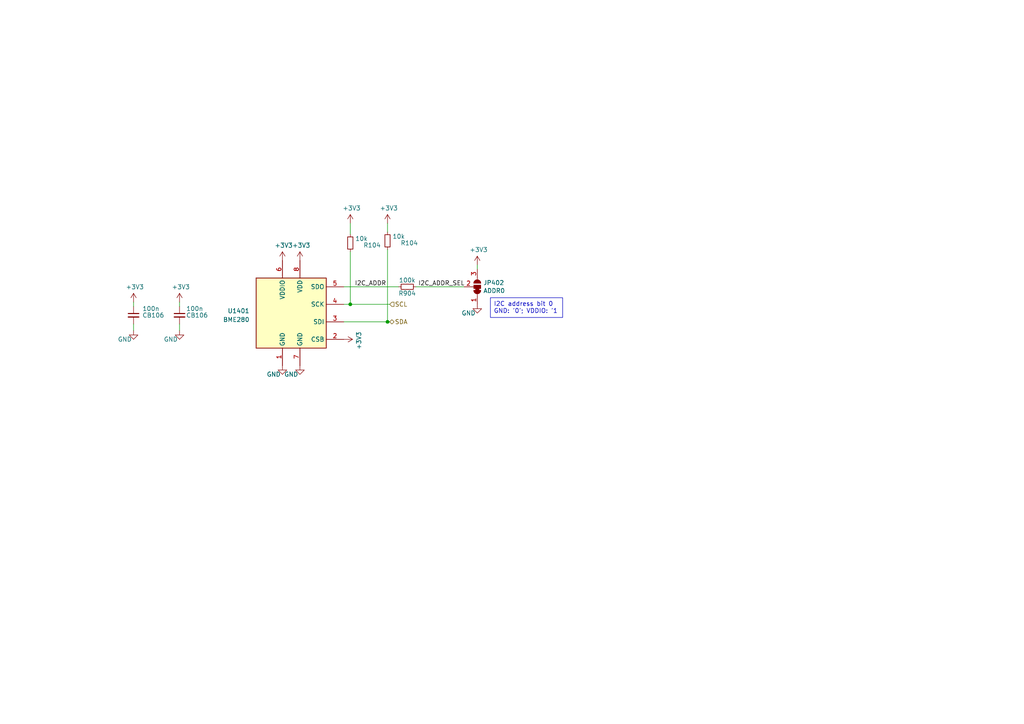
<source format=kicad_sch>
(kicad_sch (version 20230121) (generator eeschema)
  (paper "A4")
  (title_block (title "Kleinvoet") (date "2023-04-12") (rev "${PROJECT_REV}") (company "Department of Electrical and Electronic Engineering - Stellenbosch University") (comment 1 "Digital Signal Processing Laboratory") (comment 2 "Author: CM Geldenhuys <cmgeldenhuys@sun.ac.za>") (comment 3 "Project: Kleinvoet") (comment 4 "License: CERN-OHL-S-2.0"))
  (lib_symbols
    (symbol "Device:C_Small" (pin_numbers hide) (pin_names (offset 0.254) hide)
      (property "Reference" "C" (at 0.254 1.778 0))
      (property "Value" "C_Small" (at 0.254 -2.032 0))
      (symbol "C_Small_0_1"
        (polyline (pts (xy -1.524 -0.508) (xy 1.524 -0.508)) (stroke (width 0.3302)))
        (polyline (pts (xy -1.524 0.508) (xy 1.524 0.508)) (stroke (width 0.3048)))
      )
      (symbol "C_Small_1_1"
        (pin passive line (at 0 2.54 270) (length 2.032) (name "~") (number "1"))
        (pin passive line (at 0 -2.54 90) (length 2.032) (name "~") (number "2"))
      )
    )
    (symbol "Device:R_Small" (pin_numbers hide) (pin_names (offset 0.254) hide)
      (property "Reference" "R" (at 0.762 0.508 0))
      (property "Value" "R_Small" (at 0.762 -1.016 0))
      (symbol "R_Small_0_1"
        (rectangle (start -0.762 1.778) (end 0.762 -1.778) (stroke (width 0.2032)))
      )
      (symbol "R_Small_1_1"
        (pin passive line (at 0 2.54 270) (length 0.762) (name "~") (number "1"))
        (pin passive line (at 0 -2.54 90) (length 0.762) (name "~") (number "2"))
      )
    )
    (symbol "Jumper:SolderJumper_3_Bridged12" (pin_names (offset 0) hide)
      (property "Reference" "JP" (at -2.54 -2.54 0))
      (property "Value" "SolderJumper_3_Bridged12" (at 0 2.794 0))
      (symbol "SolderJumper_3_Bridged12_0_1"
        (rectangle (start -1.016 0.508) (end -0.508 -0.508) (fill (type outline)))
        (arc (start -1.016 1.016) (mid -2.0276 0) (end -1.016 -1.016))
        (arc (start -1.016 1.016) (mid -2.0276 0) (end -1.016 -1.016) (fill (type outline)))
        (rectangle (start -0.508 1.016) (end 0.508 -1.016) (fill (type outline)))
        (polyline (pts (xy -2.54 0) (xy -2.032 0)))
        (polyline (pts (xy -1.016 1.016) (xy -1.016 -1.016)))
        (polyline (pts (xy 0 -1.27) (xy 0 -1.016)))
        (polyline (pts (xy 1.016 1.016) (xy 1.016 -1.016)))
        (polyline (pts (xy 2.54 0) (xy 2.032 0)))
        (arc (start 1.016 -1.016) (mid 2.0276 0) (end 1.016 1.016))
        (arc (start 1.016 -1.016) (mid 2.0276 0) (end 1.016 1.016) (fill (type outline)))
      )
      (symbol "SolderJumper_3_Bridged12_1_1"
        (pin passive line (at -5.08 0 0) (length 2.54) (name "A") (number "1"))
        (pin passive line (at 0 -3.81 90) (length 2.54) (name "C") (number "2"))
        (pin passive line (at 5.08 0 180) (length 2.54) (name "B") (number "3"))
      )
    )
    (symbol "Sensor:BME280"
      (property "Reference" "U" (at -8.89 11.43 0))
      (property "Value" "BME280" (at 7.62 11.43 0))
      (symbol "BME280_0_1"
        (rectangle (start -10.16 10.16) (end 10.16 -10.16) (stroke (width 0.254)) (fill (type background)))
      )
      (symbol "BME280_1_1"
        (pin power_in line (at -2.54 -15.24 90) (length 5.08) (name "GND") (number "1"))
        (pin input line (at 15.24 -7.62 180) (length 5.08) (name "CSB") (number "2"))
        (pin bidirectional line (at 15.24 -2.54 180) (length 5.08) (name "SDI") (number "3"))
        (pin input line (at 15.24 2.54 180) (length 5.08) (name "SCK") (number "4"))
        (pin bidirectional line (at 15.24 7.62 180) (length 5.08) (name "SDO") (number "5"))
        (pin power_in line (at -2.54 15.24 270) (length 5.08) (name "VDDIO") (number "6"))
        (pin power_in line (at 2.54 -15.24 90) (length 5.08) (name "GND") (number "7"))
        (pin power_in line (at 2.54 15.24 270) (length 5.08) (name "VDD") (number "8"))
      )
    )
    (symbol "power:+3V3" (power) (pin_names (offset 0))
      (property "Value" "+3V3" (at 0 3.556 0))
      (symbol "+3V3_0_1"
        (polyline (pts (xy -0.762 1.27) (xy 0 2.54)))
        (polyline (pts (xy 0 0) (xy 0 2.54)))
        (polyline (pts (xy 0 2.54) (xy 0.762 1.27)))
      )
      (symbol "+3V3_1_1"
        (pin power_in line (at 0 0 90) (length 0) hide (name "+3V3") (number "1"))
      )
    )
    (symbol "power:GND" (power) (pin_names (offset 0))
      (property "Value" "GND" (at 0 -3.81 0))
      (symbol "GND_0_1"
        (polyline (pts (xy 0 0) (xy 0 -1.27) (xy 1.27 -1.27) (xy 0 -2.54) (xy -1.27 -1.27) (xy 0 -1.27)))
      )
      (symbol "GND_1_1"
        (pin power_in line (at 0 0 270) (length 0) hide (name "GND") (number "1"))
      )
    )
  )
  (junction (at 101.6 88.265))
  (junction (at 112.395 93.345))
  (wire (pts (xy 112.395 93.345) (xy 113.03 93.345)))
  (wire (pts (xy 101.6 73.025) (xy 101.6 88.265)))
  (wire (pts (xy 99.695 83.185) (xy 115.57 83.185)))
  (wire (pts (xy 120.65 83.185) (xy 134.62 83.185)))
  (wire (pts (xy 138.43 78.105) (xy 138.43 76.835)))
  (wire (pts (xy 52.07 93.98) (xy 52.07 95.885)))
  (wire (pts (xy 112.395 72.39) (xy 112.395 93.345)))
  (wire (pts (xy 99.695 93.345) (xy 112.395 93.345)))
  (wire (pts (xy 101.6 64.77) (xy 101.6 67.945)))
  (wire (pts (xy 38.735 87.63) (xy 38.735 88.9)))
  (wire (pts (xy 112.395 64.77) (xy 112.395 67.31)))
  (wire (pts (xy 101.6 88.265) (xy 113.03 88.265)))
  (wire (pts (xy 99.695 88.265) (xy 101.6 88.265)))
  (wire (pts (xy 38.735 93.98) (xy 38.735 95.885)))
  (wire (pts (xy 52.07 87.63) (xy 52.07 88.9)))
  (text_box "I2C address bit 0\nGND: '0'; VDDIO: '1" (at 142.24 86.36 0) (size 20.955 5.715) (effects (font (size 1.27 1.27)) (justify left top)))
  (label "I2C_ADDR" (at 102.87 83.185 0))
  (label "I2C_ADDR_SEL" (at 121.285 83.185 0))
  (hierarchical_label "SDA" (shape bidirectional) (at 113.03 93.345 0))
  (hierarchical_label "SCL" (shape input) (at 113.03 88.265 0))
  (symbol (lib_id "power:GND") (at 138.43 88.265 0) (unit 1)
    (property "Reference" "#PWR0103" (effects hide))
    (property "Value" "GND" (at 135.89 90.805 0))
    (instances (project "kleinvoet" (path "" (reference "#PWR0103") (unit 1)) (path "" (reference "#PWR01437") (unit 1))))
  )
  (symbol (lib_id "power:+3V3") (at 52.07 87.63 0) (unit 1)
    (property "Reference" "#PWR0104" (effects hide))
    (property "Value" "+3V3" (at 52.451 83.2358 0))
    (instances (project "kleinvoet" (path "" (reference "#PWR0104") (unit 1)) (path "" (reference "#PWR01440") (unit 1))))
  )
  (symbol (lib_id "Device:R_Small") (at 118.11 83.185 90) (unit 1)
    (property "Reference" "R904" (at 118.11 85.09 90))
    (property "Value" "100k" (at 118.11 81.28 90))
    (property "Footprint" "Resistor_SMD:R_0402_1005Metric" (effects hide))
    (property "MPN" "RT0402FRE07100KL" (effects hide))
    (property "Mfr." "Yageo" (effects hide))
    (instances (project "kleinvoet" (path "" (reference "R904") (unit 1)) (path "" (reference "R1403") (unit 1))))
  )
  (symbol (lib_id "Device:C_Small") (at 52.07 91.44 0) (unit 1)
    (property "Reference" "CB106" (at 53.975 91.44 0) (effects (justify left)))
    (property "Value" "100n" (at 53.975 89.535 0) (effects (justify left)))
    (property "Footprint" "Capacitor_SMD:C_0402_1005Metric" (effects hide))
    (property "MPN" "C0402C104K8PACTU" (effects hide))
    (property "Mfr." "KEMET" (effects hide))
    (instances (project "kleinvoet" (path "" (reference "CB106") (unit 1)) (path "" (reference "CB1410") (unit 1))))
  )
  (symbol (lib_id "power:GND") (at 86.995 106.045 0) (unit 1)
    (property "Reference" "#PWR0103" (effects hide))
    (property "Value" "GND" (at 84.455 108.585 0))
    (instances (project "kleinvoet" (path "" (reference "#PWR0103") (unit 1)) (path "" (reference "#PWR01446") (unit 1))))
  )
  (symbol (lib_id "Device:R_Small") (at 101.6 70.485 180) (unit 1)
    (property "Reference" "R104" (at 110.49 71.12 0) (effects (justify left)))
    (property "Value" "10k" (at 106.68 69.215 0) (effects (justify left)))
    (property "Footprint" "Resistor_SMD:R_0402_1005Metric" (effects hide))
    (property "MPN" "RT0402FRE1310KL" (effects hide))
    (property "Mfr." "Yageo" (effects hide))
    (instances (project "kleinvoet" (path "" (reference "R104") (unit 1)) (path "" (reference "R1402") (unit 1))))
  )
  (symbol (lib_id "power:+3V3") (at 99.695 98.425 270) (unit 1)
    (property "Reference" "#PWR0104" (effects hide))
    (property "Value" "+3V3" (at 104.0892 98.806 0))
    (instances (project "kleinvoet" (path "" (reference "#PWR0104") (unit 1)) (path "" (reference "#PWR01447") (unit 1))))
  )
  (symbol (lib_id "power:GND") (at 81.915 106.045 0) (unit 1)
    (property "Reference" "#PWR0103" (effects hide))
    (property "Value" "GND" (at 79.375 108.585 0))
    (instances (project "kleinvoet" (path "" (reference "#PWR0103") (unit 1)) (path "" (reference "#PWR01445") (unit 1))))
  )
  (symbol (lib_id "power:+3V3") (at 38.735 87.63 0) (unit 1)
    (property "Reference" "#PWR0104" (effects hide))
    (property "Value" "+3V3" (at 39.116 83.2358 0))
    (instances (project "kleinvoet" (path "" (reference "#PWR0104") (unit 1)) (path "" (reference "#PWR01439") (unit 1))))
  )
  (symbol (lib_id "power:GND") (at 38.735 95.885 0) (unit 1)
    (property "Reference" "#PWR0103" (effects hide))
    (property "Value" "GND" (at 36.195 98.425 0))
    (instances (project "kleinvoet" (path "" (reference "#PWR0103") (unit 1)) (path "" (reference "#PWR01441") (unit 1))))
  )
  (symbol (lib_id "power:+3V3") (at 86.995 75.565 0) (unit 1)
    (property "Reference" "#PWR0104" (effects hide))
    (property "Value" "+3V3" (at 87.376 71.1708 0))
    (instances (project "kleinvoet" (path "" (reference "#PWR0104") (unit 1)) (path "" (reference "#PWR01443") (unit 1))))
  )
  (symbol (lib_id "power:GND") (at 52.07 95.885 0) (unit 1)
    (property "Reference" "#PWR0103" (effects hide))
    (property "Value" "GND" (at 49.53 98.425 0))
    (instances (project "kleinvoet" (path "" (reference "#PWR0103") (unit 1)) (path "" (reference "#PWR01442") (unit 1))))
  )
  (symbol (lib_id "Device:C_Small") (at 38.735 91.44 0) (unit 1)
    (property "Reference" "CB106" (at 41.275 91.44 0) (effects (justify left)))
    (property "Value" "100n" (at 41.275 89.535 0) (effects (justify left)))
    (property "Footprint" "Capacitor_SMD:C_0402_1005Metric" (effects hide))
    (property "MPN" "C0402C104K8PACTU" (effects hide))
    (property "Mfr." "KEMET" (effects hide))
    (instances (project "kleinvoet" (path "" (reference "CB106") (unit 1)) (path "" (reference "CB1409") (unit 1))))
  )
  (symbol (lib_id "power:+3V3") (at 138.43 76.835 0) (unit 1)
    (property "Reference" "#PWR0104" (effects hide))
    (property "Value" "+3V3" (at 138.811 72.4408 0))
    (instances (project "kleinvoet" (path "" (reference "#PWR0104") (unit 1)) (path "" (reference "#PWR01438") (unit 1))))
  )
  (symbol (lib_id "Sensor:BME280") (at 84.455 90.805 0) (unit 1)
    (property "Reference" "U1401" (at 72.39 90.17 0) (effects (justify right)))
    (property "Value" "BME280" (at 72.39 92.71 0) (effects (justify right)))
    (property "Footprint" "Package_LGA:Bosch_LGA-8_2.5x2.5mm_P0.65mm_ClockwisePinNumbering" (effects hide))
    (property "Datasheet" "https://www.bosch-sensortec.com/media/boschsensortec/downloads/datasheets/bst-bme280-ds002.pdf" (effects hide))
    (property "MPN" "BME280" (effects hide))
    (property "Mfr." "Bosch Sensortec" (effects hide))
  )
  (symbol (lib_id "power:+3V3") (at 101.6 64.77 0) (unit 1)
    (property "Reference" "#PWR0104" (effects hide))
    (property "Value" "+3V3" (at 101.981 60.3758 0))
    (instances (project "kleinvoet" (path "" (reference "#PWR0104") (unit 1)) (path "" (reference "#PWR01448") (unit 1))))
  )
  (symbol (lib_id "power:+3V3") (at 112.395 64.77 0) (unit 1)
    (property "Reference" "#PWR0104" (effects hide))
    (property "Value" "+3V3" (at 112.776 60.3758 0))
    (instances (project "kleinvoet" (path "" (reference "#PWR0104") (unit 1)) (path "" (reference "#PWR01449") (unit 1))))
  )
  (symbol (lib_id "Device:R_Small") (at 112.395 69.85 180) (unit 1)
    (property "Reference" "R104" (at 121.285 70.485 0) (effects (justify left)))
    (property "Value" "10k" (at 117.475 68.58 0) (effects (justify left)))
    (property "Footprint" "Resistor_SMD:R_0402_1005Metric" (effects hide))
    (property "MPN" "RT0402FRE1310KL" (effects hide))
    (property "Mfr." "Yageo" (effects hide))
    (instances (project "kleinvoet" (path "" (reference "R104") (unit 1)) (path "" (reference "R1401") (unit 1))))
  )
  (symbol (lib_id "power:+3V3") (at 81.915 75.565 0) (unit 1)
    (property "Reference" "#PWR0104" (effects hide))
    (property "Value" "+3V3" (at 82.296 71.1708 0))
    (instances (project "kleinvoet" (path "" (reference "#PWR0104") (unit 1)) (path "" (reference "#PWR01444") (unit 1))))
  )
  (symbol (lib_id "Jumper:SolderJumper_3_Bridged12") (at 138.43 83.185 270) (mirror x) (unit 1)
    (property "Reference" "JP402" (at 140.1572 82.0166 90) (effects (justify left)))
    (property "Value" "ADDR0" (at 140.1572 84.328 90) (effects (justify left)))
    (property "Footprint" "Jumper:SolderJumper-3_P1.3mm_Bridged12_RoundedPad1.0x1.5mm_NumberLabels" (effects hide))
    (instances (project "kleinvoet" (path "" (reference "JP402") (unit 1)) (path "" (reference "JP1401") (unit 1))))
  )
)
</source>
